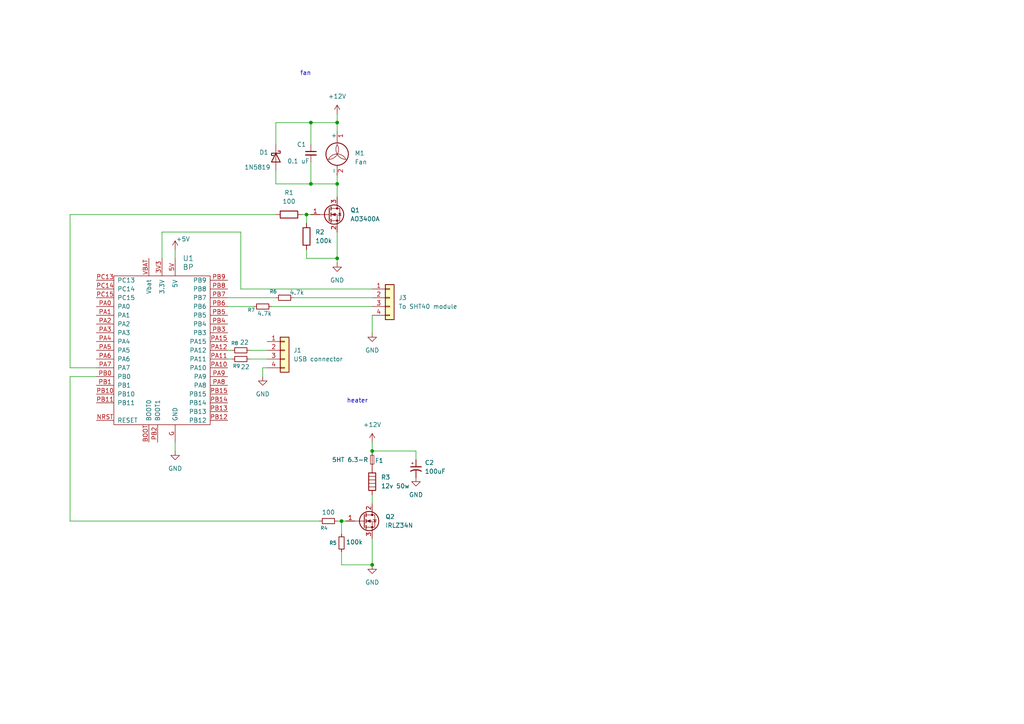
<source format=kicad_sch>
(kicad_sch (version 20250114) (generator "eeschema") (generator_version "9.0")
  (paper "A4")
  (lib_symbols
    (symbol "BluePill:BP" (pin_names (offset 1.016))
      (property "Reference" "U" (at -12.7 22.86 0))
      (property "Value" "BP" (at 7.62 -24.13 0))
      (symbol "BP_0_1"
        (rectangle (start -13.97 21.59) (end 13.97 -21.59))
      )
      (symbol "BP_1_1"
        (pin bidirectional line (at -19.05 20.32 0) (length 5.08) (name "PC13") (number "PC13"))
        (pin bidirectional line (at -19.05 17.78 0) (length 5.08) (name "PC14") (number "PC14"))
        (pin bidirectional line (at -19.05 15.24 0) (length 5.08) (name "PC15") (number "PC15"))
        (pin bidirectional line (at -19.05 12.7 0) (length 5.08) (name "PA0") (number "PA0"))
        (pin bidirectional line (at -19.05 10.16 0) (length 5.08) (name "PA1") (number "PA1"))
        (pin bidirectional line (at -19.05 7.62 0) (length 5.08) (name "PA2") (number "PA2"))
        (pin bidirectional line (at -19.05 5.08 0) (length 5.08) (name "PA3") (number "PA3"))
        (pin bidirectional line (at -19.05 2.54 0) (length 5.08) (name "PA4") (number "PA4"))
        (pin bidirectional line (at -19.05 0 0) (length 5.08) (name "PA5") (number "PA5"))
        (pin bidirectional line (at -19.05 -2.54 0) (length 5.08) (name "PA6") (number "PA6"))
        (pin bidirectional line (at -19.05 -5.08 0) (length 5.08) (name "PA7") (number "PA7"))
        (pin bidirectional line (at -19.05 -7.62 0) (length 5.08) (name "PB0") (number "PB0"))
        (pin bidirectional line (at -19.05 -10.16 0) (length 5.08) (name "PB1") (number "PB1"))
        (pin bidirectional line (at -19.05 -12.7 0) (length 5.08) (name "PB10") (number "PB10"))
        (pin bidirectional line (at -19.05 -15.24 0) (length 5.08) (name "PB11") (number "PB11"))
        (pin input line (at -19.05 -20.32 0) (length 5.08) (name "RESET") (number "NRST"))
        (pin power_in line (at -3.81 26.67 270) (length 5.08) (name "Vbat") (number "VBAT"))
        (pin input line (at -3.81 -26.67 90) (length 5.08) (name "BOOT0") (number "BOOT"))
        (pin input line (at -1.27 -26.67 90) (length 5.08) (name "BOOT1") (number "PB2"))
        (pin power_out line (at 0 26.67 270) (length 5.08) (name "3.3V") (number "3V3"))
        (pin power_out line (at 3.81 26.67 270) (length 5.08) (name "5V") (number "5V"))
        (pin power_out line (at 3.81 -26.67 90) (length 5.08) (name "GND") (number "G"))
        (pin bidirectional line (at 19.05 20.32 180) (length 5.08) (name "PB9") (number "PB9"))
        (pin bidirectional line (at 19.05 17.78 180) (length 5.08) (name "PB8") (number "PB8"))
        (pin bidirectional line (at 19.05 15.24 180) (length 5.08) (name "PB7") (number "PB7"))
        (pin bidirectional line (at 19.05 12.7 180) (length 5.08) (name "PB6") (number "PB6"))
        (pin bidirectional line (at 19.05 10.16 180) (length 5.08) (name "PB5") (number "PB5"))
        (pin bidirectional line (at 19.05 7.62 180) (length 5.08) (name "PB4") (number "PB4"))
        (pin bidirectional line (at 19.05 5.08 180) (length 5.08) (name "PB3") (number "PB3"))
        (pin bidirectional line (at 19.05 2.54 180) (length 5.08) (name "PA15") (number "PA15"))
        (pin bidirectional line (at 19.05 0 180) (length 5.08) (name "PA12") (number "PA12"))
        (pin bidirectional line (at 19.05 -2.54 180) (length 5.08) (name "PA11") (number "PA11"))
        (pin bidirectional line (at 19.05 -5.08 180) (length 5.08) (name "PA10") (number "PA10"))
        (pin bidirectional line (at 19.05 -7.62 180) (length 5.08) (name "PA9") (number "PA9"))
        (pin bidirectional line (at 19.05 -10.16 180) (length 5.08) (name "PA8") (number "PA8"))
        (pin bidirectional line (at 19.05 -12.7 180) (length 5.08) (name "PB15") (number "PB15"))
        (pin bidirectional line (at 19.05 -15.24 180) (length 5.08) (name "PB14") (number "PB14"))
        (pin bidirectional line (at 19.05 -17.78 180) (length 5.08) (name "PB13") (number "PB13"))
        (pin bidirectional line (at 19.05 -20.32 180) (length 5.08) (name "PB12") (number "PB12"))
      )
    )
    (symbol "Connector_Generic:Conn_01x04" (pin_names (offset 1.016) (hide yes))
      (property "Reference" "J" (at 0 5.08 0))
      (property "Value" "Conn_01x04" (at 0 -7.62 0))
      (symbol "Conn_01x04_1_1"
        (rectangle (start -1.27 3.81) (end 1.27 -6.35) (stroke (width 0.254)) (fill (type background)))
        (rectangle (start -1.27 2.667) (end 0 2.413) (stroke (width 0.1524)))
        (rectangle (start -1.27 0.127) (end 0 -0.127) (stroke (width 0.1524)))
        (rectangle (start -1.27 -2.413) (end 0 -2.667) (stroke (width 0.1524)))
        (rectangle (start -1.27 -4.953) (end 0 -5.207) (stroke (width 0.1524)))
        (pin passive line (at -5.08 2.54 0) (length 3.81) (name "Pin_1") (number "1"))
        (pin passive line (at -5.08 0 0) (length 3.81) (name "Pin_2") (number "2"))
        (pin passive line (at -5.08 -2.54 0) (length 3.81) (name "Pin_3") (number "3"))
        (pin passive line (at -5.08 -5.08 0) (length 3.81) (name "Pin_4") (number "4"))
      )
    )
    (symbol "Device:C_Polarized_Small_US" (pin_numbers (hide yes)) (pin_names (offset 0.254) (hide yes))
      (property "Reference" "C" (at 0.254 1.778 0))
      (property "Value" "C_Polarized_Small_US" (at 0.254 -2.032 0))
      (symbol "C_Polarized_Small_US_0_1"
        (polyline (pts (xy -1.524 0.508) (xy 1.524 0.508)) (stroke (width 0.3048)))
        (polyline (pts (xy -1.27 1.524) (xy -0.762 1.524)))
        (polyline (pts (xy -1.016 1.27) (xy -1.016 1.778)))
        (arc (start -1.524 -0.762) (mid 0 -0.3734) (end 1.524 -0.762) (stroke (width 0.3048)))
      )
      (symbol "C_Polarized_Small_US_1_1"
        (pin passive line (at 0 2.54 270) (length 2.032) (name "~") (number "1"))
        (pin passive line (at 0 -2.54 90) (length 2.032) (name "~") (number "2"))
      )
    )
    (symbol "Device:C_Small" (pin_numbers (hide yes)) (pin_names (offset 0.254) (hide yes))
      (property "Reference" "C" (at 0.254 1.778 0))
      (property "Value" "C_Small" (at 0.254 -2.032 0))
      (symbol "C_Small_0_1"
        (polyline (pts (xy -1.524 0.508) (xy 1.524 0.508)) (stroke (width 0.3048)))
        (polyline (pts (xy -1.524 -0.508) (xy 1.524 -0.508)) (stroke (width 0.3302)))
      )
      (symbol "C_Small_1_1"
        (pin passive line (at 0 2.54 270) (length 2.032) (name "~") (number "1"))
        (pin passive line (at 0 -2.54 90) (length 2.032) (name "~") (number "2"))
      )
    )
    (symbol "Device:Fuse_Small" (pin_numbers (hide yes)) (pin_names (offset 0.254) (hide yes))
      (property "Reference" "F" (at 0 -1.524 0))
      (property "Value" "Fuse_Small" (at 0 1.524 0))
      (symbol "Fuse_Small_0_1"
        (rectangle (start -1.27 0.508) (end 1.27 -0.508))
        (polyline (pts (xy -1.27 0) (xy 1.27 0)))
      )
      (symbol "Fuse_Small_1_1"
        (pin passive line (at -2.54 0 0) (length 1.27) (name "~") (number "1"))
        (pin passive line (at 2.54 0 180) (length 1.27) (name "~") (number "2"))
      )
    )
    (symbol "Device:Heater" (pin_numbers (hide yes)) (pin_names (offset 0))
      (property "Reference" "R" (at 2.032 0 90))
      (property "Value" "Heater" (at -2.032 0 90))
      (symbol "Heater_0_1"
        (polyline (pts (xy -1.016 1.524) (xy 1.016 1.524)))
        (rectangle (start -1.016 -2.54) (end 1.016 2.54) (stroke (width 0.254)))
        (polyline (pts (xy 1.016 0.508) (xy -1.016 0.508)))
        (polyline (pts (xy 1.016 -0.508) (xy -1.016 -0.508)))
        (polyline (pts (xy 1.016 -1.524) (xy -1.016 -1.524)))
      )
      (symbol "Heater_1_1"
        (pin passive line (at 0 3.81 270) (length 1.27) (name "~") (number "1"))
        (pin passive line (at 0 -3.81 90) (length 1.27) (name "~") (number "2"))
      )
    )
    (symbol "Device:R" (pin_numbers (hide yes)) (pin_names (offset 0))
      (property "Reference" "R" (at 2.032 0 90))
      (property "Value" "R" (at 0 0 90))
      (symbol "R_0_1"
        (rectangle (start -1.016 -2.54) (end 1.016 2.54) (stroke (width 0.254)))
      )
      (symbol "R_1_1"
        (pin passive line (at 0 3.81 270) (length 1.27) (name "~") (number "1"))
        (pin passive line (at 0 -3.81 90) (length 1.27) (name "~") (number "2"))
      )
    )
    (symbol "Device:R_Small" (pin_numbers (hide yes)) (pin_names (offset 0.254) (hide yes))
      (property "Reference" "R" (at 0 0 90))
      (property "Value" "R_Small" (at 1.778 0 90))
      (symbol "R_Small_0_1"
        (rectangle (start -0.762 1.778) (end 0.762 -1.778) (stroke (width 0.2032)))
      )
      (symbol "R_Small_1_1"
        (pin passive line (at 0 2.54 270) (length 0.762) (name "~") (number "1"))
        (pin passive line (at 0 -2.54 90) (length 0.762) (name "~") (number "2"))
      )
    )
    (symbol "Diode:1N5819" (pin_numbers (hide yes)) (pin_names (offset 1.016) (hide yes))
      (property "Reference" "D" (at 0 2.54 0))
      (property "Value" "1N5819" (at 0 -2.54 0))
      (symbol "1N5819_0_1"
        (polyline (pts (xy -1.905 0.635) (xy -1.905 1.27) (xy -1.27 1.27) (xy -1.27 -1.27) (xy -0.635 -1.27) (xy -0.635 -0.635)) (stroke (width 0.254)))
        (polyline (pts (xy 1.27 1.27) (xy 1.27 -1.27) (xy -1.27 0) (xy 1.27 1.27)) (stroke (width 0.254)))
        (polyline (pts (xy 1.27 0) (xy -1.27 0)))
      )
      (symbol "1N5819_1_1"
        (pin passive line (at -3.81 0 0) (length 2.54) (name "K") (number "1"))
        (pin passive line (at 3.81 0 180) (length 2.54) (name "A") (number "2"))
      )
    )
    (symbol "Motor:Fan" (pin_names (offset 0))
      (property "Reference" "M" (at 2.54 5.08 0))
      (property "Value" "Fan" (at 2.54 -2.54 0))
      (symbol "Fan_0_1"
        (arc (start 0 3.81) (mid -0.0015 0.9048) (end -2.54 -0.508))
        (polyline (pts (xy 0 4.572) (xy 0 5.08)))
        (polyline (pts (xy 0 4.2672) (xy 0 4.6228)))
        (circle (center 0 1.016) (radius 3.2512) (stroke (width 0.254)))
        (arc (start -2.54 -0.508) (mid 0 1.0618) (end 2.54 -0.508))
        (polyline (pts (xy 0 -2.2352) (xy 0 -2.6416)))
        (polyline (pts (xy 0 -5.08) (xy 0 -4.572)))
        (arc (start 2.54 -0.508) (mid 0.047 0.9315) (end 0 3.81))
      )
      (symbol "Fan_1_1"
        (pin passive line (at 0 7.62 270) (length 2.54) (name "+") (number "1"))
        (pin passive line (at 0 -5.08 90) (length 2.54) (name "-") (number "2"))
      )
    )
    (symbol "Transistor_FET:AO3400A" (pin_names (offset 0) (hide yes))
      (property "Reference" "Q" (at 5.08 1.905 0))
      (property "Value" "AO3400A" (at 5.08 0 0))
      (symbol "AO3400A_0_1"
        (polyline (pts (xy 0.254 1.905) (xy 0.254 -1.905)) (stroke (width 0.254)))
        (polyline (pts (xy 0.254 0) (xy -2.54 0)))
        (polyline (pts (xy 0.762 2.286) (xy 0.762 1.27)) (stroke (width 0.254)))
        (polyline (pts (xy 0.762 0.508) (xy 0.762 -0.508)) (stroke (width 0.254)))
        (polyline (pts (xy 0.762 -1.27) (xy 0.762 -2.286)) (stroke (width 0.254)))
        (polyline (pts (xy 0.762 -1.778) (xy 3.302 -1.778) (xy 3.302 1.778) (xy 0.762 1.778)))
        (polyline (pts (xy 1.016 0) (xy 2.032 0.381) (xy 2.032 -0.381) (xy 1.016 0)) (fill (type outline)))
        (circle (center 1.651 0) (radius 2.794) (stroke (width 0.254)))
        (polyline (pts (xy 2.54 2.54) (xy 2.54 1.778)))
        (circle (center 2.54 1.778) (radius 0.254) (fill (type outline)))
        (circle (center 2.54 -1.778) (radius 0.254) (fill (type outline)))
        (polyline (pts (xy 2.54 -2.54) (xy 2.54 0) (xy 0.762 0)))
        (polyline (pts (xy 2.921 0.381) (xy 3.683 0.381)))
        (polyline (pts (xy 3.302 0.381) (xy 2.921 -0.254) (xy 3.683 -0.254) (xy 3.302 0.381)))
      )
      (symbol "AO3400A_1_1"
        (pin input line (at -5.08 0 0) (length 2.54) (name "G") (number "1"))
        (pin passive line (at 2.54 5.08 270) (length 2.54) (name "D") (number "3"))
        (pin passive line (at 2.54 -5.08 90) (length 2.54) (name "S") (number "2"))
      )
    )
    (symbol "Transistor_FET:IRLZ34N" (pin_names (hide yes))
      (property "Reference" "Q" (at 5.08 1.905 0))
      (property "Value" "IRLZ34N" (at 5.08 0 0))
      (symbol "IRLZ34N_0_1"
        (polyline (pts (xy 0.254 1.905) (xy 0.254 -1.905)) (stroke (width 0.254)))
        (polyline (pts (xy 0.254 0) (xy -2.54 0)))
        (polyline (pts (xy 0.762 2.286) (xy 0.762 1.27)) (stroke (width 0.254)))
        (polyline (pts (xy 0.762 0.508) (xy 0.762 -0.508)) (stroke (width 0.254)))
        (polyline (pts (xy 0.762 -1.27) (xy 0.762 -2.286)) (stroke (width 0.254)))
        (polyline (pts (xy 0.762 -1.778) (xy 3.302 -1.778) (xy 3.302 1.778) (xy 0.762 1.778)))
        (polyline (pts (xy 1.016 0) (xy 2.032 0.381) (xy 2.032 -0.381) (xy 1.016 0)) (fill (type outline)))
        (circle (center 1.651 0) (radius 2.794) (stroke (width 0.254)))
        (polyline (pts (xy 2.54 2.54) (xy 2.54 1.778)))
        (circle (center 2.54 1.778) (radius 0.254) (fill (type outline)))
        (circle (center 2.54 -1.778) (radius 0.254) (fill (type outline)))
        (polyline (pts (xy 2.54 -2.54) (xy 2.54 0) (xy 0.762 0)))
        (polyline (pts (xy 2.794 0.508) (xy 2.921 0.381) (xy 3.683 0.381) (xy 3.81 0.254)))
        (polyline (pts (xy 3.302 0.381) (xy 2.921 -0.254) (xy 3.683 -0.254) (xy 3.302 0.381)))
      )
      (symbol "IRLZ34N_1_1"
        (pin input line (at -5.08 0 0) (length 2.54) (name "G") (number "1"))
        (pin passive line (at 2.54 5.08 270) (length 2.54) (name "D") (number "2"))
        (pin passive line (at 2.54 -5.08 90) (length 2.54) (name "S") (number "3"))
      )
    )
    (symbol "power:+12V" (power) (pin_numbers (hide yes)) (pin_names (offset 0) (hide yes))
      (property "Value" "+12V" (at 0 3.556 0))
      (symbol "+12V_0_1"
        (polyline (pts (xy -0.762 1.27) (xy 0 2.54)))
        (polyline (pts (xy 0 2.54) (xy 0.762 1.27)))
        (polyline (pts (xy 0 0) (xy 0 2.54)))
      )
      (symbol "+12V_1_1"
        (pin power_in line (at 0 0 90) (length 0) (name "~") (number "1"))
      )
    )
    (symbol "power:+5V" (power) (pin_numbers (hide yes)) (pin_names (offset 0) (hide yes))
      (property "Value" "+5V" (at 0 3.556 0))
      (symbol "+5V_0_1"
        (polyline (pts (xy -0.762 1.27) (xy 0 2.54)))
        (polyline (pts (xy 0 2.54) (xy 0.762 1.27)))
        (polyline (pts (xy 0 0) (xy 0 2.54)))
      )
      (symbol "+5V_1_1"
        (pin power_in line (at 0 0 90) (length 0) (name "~") (number "1"))
      )
    )
    (symbol "power:GND" (power) (pin_numbers (hide yes)) (pin_names (offset 0) (hide yes))
      (property "Value" "GND" (at 0 -3.81 0))
      (symbol "GND_0_1"
        (polyline (pts (xy 0 0) (xy 0 -1.27) (xy 1.27 -1.27) (xy 0 -2.54) (xy -1.27 -1.27) (xy 0 -1.27)))
      )
      (symbol "GND_1_1"
        (pin power_in line (at 0 0 270) (length 0) (name "~") (number "1"))
      )
    )
  )
  (text "fan\n" (at 88.646 21.336 0) (effects (font (size 1.27 1.27))))
  (text "heater " (at 104.14 116.332 0) (effects (font (size 1.27 1.27))))
  (junction (at 99.06 151.13))
  (junction (at 97.79 35.56))
  (junction (at 97.79 74.93))
  (junction (at 107.95 130.81))
  (junction (at 90.17 35.56))
  (junction (at 107.95 163.83))
  (junction (at 97.79 53.34))
  (junction (at 88.9 62.23))
  (junction (at 90.17 53.34))
  (wire (pts (xy 107.95 128.27) (xy 107.95 130.81)))
  (wire (pts (xy 78.74 88.9) (xy 107.95 88.9)))
  (wire (pts (xy 80.01 49.53) (xy 80.01 53.34)))
  (wire (pts (xy 97.79 35.56) (xy 97.79 38.1)))
  (wire (pts (xy 80.01 35.56) (xy 90.17 35.56)))
  (wire (pts (xy 120.65 130.81) (xy 120.65 133.35)))
  (wire (pts (xy 99.06 163.83) (xy 107.95 163.83)))
  (wire (pts (xy 97.79 33.02) (xy 97.79 35.56)))
  (wire (pts (xy 69.85 83.82) (xy 107.95 83.82)))
  (wire (pts (xy 20.32 62.23) (xy 80.01 62.23)))
  (wire (pts (xy 72.39 104.14) (xy 77.47 104.14)))
  (wire (pts (xy 87.63 62.23) (xy 88.9 62.23)))
  (wire (pts (xy 88.9 62.23) (xy 88.9 64.77)))
  (wire (pts (xy 20.32 62.23) (xy 20.32 106.68)))
  (wire (pts (xy 97.79 74.93) (xy 97.79 76.2)))
  (wire (pts (xy 97.79 151.13) (xy 99.06 151.13)))
  (wire (pts (xy 66.04 88.9) (xy 73.66 88.9)))
  (wire (pts (xy 46.99 67.31) (xy 46.99 74.93)))
  (wire (pts (xy 66.04 104.14) (xy 67.31 104.14)))
  (wire (pts (xy 80.01 41.91) (xy 80.01 35.56)))
  (wire (pts (xy 50.8 128.27) (xy 50.8 130.81)))
  (wire (pts (xy 20.32 109.22) (xy 27.94 109.22)))
  (wire (pts (xy 107.95 91.44) (xy 107.95 96.52)))
  (wire (pts (xy 69.85 67.31) (xy 46.99 67.31)))
  (wire (pts (xy 88.9 74.93) (xy 97.79 74.93)))
  (wire (pts (xy 99.06 151.13) (xy 99.06 154.94)))
  (wire (pts (xy 99.06 151.13) (xy 100.33 151.13)))
  (wire (pts (xy 90.17 46.99) (xy 90.17 53.34)))
  (wire (pts (xy 97.79 50.8) (xy 97.79 53.34)))
  (wire (pts (xy 107.95 156.21) (xy 107.95 163.83)))
  (wire (pts (xy 99.06 160.02) (xy 99.06 163.83)))
  (wire (pts (xy 97.79 53.34) (xy 97.79 57.15)))
  (wire (pts (xy 72.39 101.6) (xy 77.47 101.6)))
  (wire (pts (xy 90.17 53.34) (xy 97.79 53.34)))
  (wire (pts (xy 88.9 62.23) (xy 90.17 62.23)))
  (wire (pts (xy 20.32 151.13) (xy 92.71 151.13)))
  (wire (pts (xy 20.32 151.13) (xy 20.32 109.22)))
  (wire (pts (xy 80.01 53.34) (xy 90.17 53.34)))
  (wire (pts (xy 97.79 67.31) (xy 97.79 74.93)))
  (wire (pts (xy 50.8 72.39) (xy 50.8 74.93)))
  (wire (pts (xy 77.47 106.68) (xy 76.2 106.68)))
  (wire (pts (xy 107.95 130.81) (xy 120.65 130.81)))
  (wire (pts (xy 88.9 72.39) (xy 88.9 74.93)))
  (wire (pts (xy 66.04 86.36) (xy 80.01 86.36)))
  (wire (pts (xy 90.17 41.91) (xy 90.17 35.56)))
  (wire (pts (xy 85.09 86.36) (xy 107.95 86.36)))
  (wire (pts (xy 66.04 101.6) (xy 67.31 101.6)))
  (wire (pts (xy 90.17 35.56) (xy 97.79 35.56)))
  (wire (pts (xy 69.85 83.82) (xy 69.85 67.31)))
  (wire (pts (xy 20.32 106.68) (xy 27.94 106.68)))
  (wire (pts (xy 107.95 143.51) (xy 107.95 146.05)))
  (wire (pts (xy 76.2 106.68) (xy 76.2 109.22)))
  (symbol (lib_id "Transistor_FET:AO3400A") (at 95.25 62.23 0) (unit 1)
    (property "Reference" "Q1" (at 101.6 60.9599 0) (effects (justify left)))
    (property "Value" "AO3400A" (at 101.6 63.4999 0) (effects (justify left)))
    (property "Footprint" "Package_TO_SOT_SMD:SOT-23" (effects (hide yes)))
    (property "Datasheet" "http://www.aosmd.com/pdfs/datasheet/AO3400A.pdf" (effects (hide yes)))
    (property "Description" "30V Vds, 5.7A Id, N-Channel MOSFET, SOT-23" (effects (hide yes)))
  )
  (symbol (lib_id "power:GND") (at 120.65 138.43 0) (unit 1)
    (property "Reference" "#PWR05" (effects (hide yes)))
    (property "Value" "GND" (at 120.65 143.51 0))
    (property "Description" "Power symbol creates a global label with name \"GND\" , ground" (effects (hide yes)))
  )
  (symbol (lib_id "Device:R_Small") (at 82.55 86.36 270) (unit 1)
    (property "Reference" "R6" (at 79.248 84.582 90) (effects (font (size 1.016 1.016))))
    (property "Value" "4.7k" (at 86.106 84.836 90))
    (property "Description" "Resistor, small symbol" (effects (hide yes)))
  )
  (symbol (lib_id "Connector_Generic:Conn_01x04") (at 82.55 101.6 0) (unit 1)
    (property "Reference" "J1" (at 85.09 101.5999 0) (effects (justify left)))
    (property "Value" "USB connector" (at 85.09 104.1399 0) (effects (justify left)))
    (property "Description" "Generic connector, single row, 01x04, script generated (kicad-library-utils/schlib/autogen/connector/)" (effects (hide yes)))
  )
  (symbol (lib_id "BluePill:BP") (at 46.99 101.6 0) (unit 1)
    (property "Reference" "U1" (at 52.9433 74.93 0) (effects (font (size 1.524 1.524)) (justify left)))
    (property "Value" "BP" (at 52.9433 77.47 0) (effects (font (size 1.524 1.524)) (justify left)))
    (property "Footprint" "Module:blue_pill" (effects (hide yes)))
    (property "Datasheet" "https://www.electronicshub.org/getting-started-with-stm32f103c8t6-blue-pill/" (effects (hide yes)))
  )
  (symbol (lib_id "Transistor_FET:IRLZ34N") (at 105.41 151.13 0) (unit 1)
    (property "Reference" "Q2" (at 111.76 149.8599 0) (effects (justify left)))
    (property "Value" "IRLZ34N" (at 111.76 152.3999 0) (effects (justify left)))
    (property "Footprint" "Package_TO_SOT_THT:TO-220-3_Vertical" (effects (hide yes)))
    (property "Datasheet" "http://www.infineon.com/dgdl/irlz34npbf.pdf?fileId=5546d462533600a40153567206892720" (effects (hide yes)))
    (property "Description" "30A Id, 55V Vds, 35mOhm Rds, N-Channel HEXFET Power MOSFET, TO-220AB" (effects (hide yes)))
  )
  (symbol (lib_id "power:GND") (at 107.95 163.83 0) (unit 1)
    (property "Reference" "#PWR06" (effects (hide yes)))
    (property "Value" "GND" (at 107.95 168.91 0))
    (property "Description" "Power symbol creates a global label with name \"GND\" , ground" (effects (hide yes)))
  )
  (symbol (lib_id "Device:C_Small") (at 90.17 44.45 0) (unit 1)
    (property "Reference" "C1" (at 86.106 41.91 0) (effects (justify left)))
    (property "Value" "0.1 uF" (at 83.312 46.736 0) (effects (justify left)))
    (property "Description" "Unpolarized capacitor, small symbol" (effects (hide yes)))
  )
  (symbol (lib_id "Device:R") (at 83.82 62.23 270) (unit 1)
    (property "Reference" "R1" (at 83.82 55.88 90))
    (property "Value" "100" (at 83.82 58.42 90))
    (property "Description" "Resistor" (effects (hide yes)))
  )
  (symbol (lib_id "power:GND") (at 76.2 109.22 0) (unit 1)
    (property "Reference" "#PWR07" (effects (hide yes)))
    (property "Value" "GND" (at 76.2 114.3 0))
    (property "Description" "Power symbol creates a global label with name \"GND\" , ground" (effects (hide yes)))
  )
  (symbol (lib_id "power:GND") (at 107.95 96.52 0) (unit 1)
    (property "Reference" "#PWR08" (effects (hide yes)))
    (property "Value" "GND" (at 107.95 101.6 0))
    (property "Description" "Power symbol creates a global label with name \"GND\" , ground" (effects (hide yes)))
  )
  (symbol (lib_id "Motor:Fan") (at 97.79 45.72 0) (unit 1)
    (property "Reference" "M1" (at 102.87 44.4499 0) (effects (justify left)))
    (property "Value" "Fan" (at 102.87 46.9899 0) (effects (justify left)))
    (property "Description" "Fan" (effects (hide yes)))
  )
  (symbol (lib_id "Diode:1N5819") (at 80.01 45.72 270) (unit 1)
    (property "Reference" "D1" (at 75.184 44.196 90) (effects (justify left)))
    (property "Value" "1N5819" (at 70.866 48.514 90) (effects (justify left)))
    (property "Footprint" "Diode_THT:D_DO-41_SOD81_P10.16mm_Horizontal" (effects (hide yes)))
    (property "Datasheet" "http://www.vishay.com/docs/88525/1n5817.pdf" (effects (hide yes)))
    (property "Description" "40V 1A Schottky Barrier Rectifier Diode, DO-41" (effects (hide yes)))
  )
  (symbol (lib_id "power:GND") (at 50.8 130.81 0) (unit 1)
    (property "Reference" "#PWR010" (effects (hide yes)))
    (property "Value" "GND" (at 50.8 135.89 0))
    (property "Description" "Power symbol creates a global label with name \"GND\" , ground" (effects (hide yes)))
  )
  (symbol (lib_id "Device:R_Small") (at 99.06 157.48 0) (unit 1)
    (property "Reference" "R5" (at 95.504 157.48 0) (effects (font (size 1.016 1.016)) (justify left)))
    (property "Value" "100k" (at 100.33 157.226 0) (effects (justify left)))
    (property "Description" "Resistor, small symbol" (effects (hide yes)))
  )
  (symbol (lib_id "Device:R_Small") (at 95.25 151.13 270) (unit 1)
    (property "Reference" "R4" (at 93.98 153.162 90) (effects (font (size 1.016 1.016))))
    (property "Value" "100" (at 95.25 148.59 90))
    (property "Description" "Resistor, small symbol" (effects (hide yes)))
  )
  (symbol (lib_id "Connector_Generic:Conn_01x04") (at 113.03 86.36 0) (unit 1)
    (property "Reference" "J3" (at 115.57 86.3599 0) (effects (justify left)))
    (property "Value" "To SHT40 module" (at 115.57 88.8999 0) (effects (justify left)))
    (property "Description" "Generic connector, single row, 01x04, script generated (kicad-library-utils/schlib/autogen/connector/)" (effects (hide yes)))
  )
  (symbol (lib_id "Device:Heater") (at 107.95 139.7 0) (unit 1)
    (property "Reference" "R3" (at 110.49 138.4299 0) (effects (justify left)))
    (property "Value" "12v 50w" (at 110.49 140.9699 0) (effects (justify left)))
    (property "Description" "Resistive heater" (effects (hide yes)))
  )
  (symbol (lib_id "Device:R") (at 88.9 68.58 0) (unit 1)
    (property "Reference" "R2" (at 91.44 67.3099 0) (effects (justify left)))
    (property "Value" "100k" (at 91.44 69.8499 0) (effects (justify left)))
    (property "Description" "Resistor" (effects (hide yes)))
  )
  (symbol (lib_id "power:GND") (at 97.79 76.2 0) (unit 1)
    (property "Reference" "#PWR03" (effects (hide yes)))
    (property "Value" "GND" (at 97.79 81.28 0))
    (property "Description" "Power symbol creates a global label with name \"GND\" , ground" (effects (hide yes)))
  )
  (symbol (lib_id "Device:Fuse_Small") (at 107.95 133.35 270) (unit 1)
    (property "Reference" "F1" (at 108.712 133.604 90) (effects (justify left)))
    (property "Value" "5HT 6.3-R" (at 96.266 133.35 90) (effects (justify left)))
    (property "Description" "Fuse, small symbol" (effects (hide yes)))
  )
  (symbol (lib_id "Device:C_Polarized_Small_US") (at 120.65 135.89 0) (unit 1)
    (property "Reference" "C2" (at 123.19 134.1881 0) (effects (justify left)))
    (property "Value" "100uF" (at 123.19 136.7281 0) (effects (justify left)))
    (property "Description" "Polarized capacitor, small US symbol" (effects (hide yes)))
  )
  (symbol (lib_id "Device:R_Small") (at 69.85 101.6 270) (unit 1)
    (property "Reference" "R8" (at 68.072 99.568 90) (effects (font (size 1.016 1.016))))
    (property "Value" "22" (at 70.866 99.314 90))
    (property "Description" "Resistor, small symbol" (effects (hide yes)))
  )
  (symbol (lib_id "Device:R_Small") (at 69.85 104.14 90) (unit 1)
    (property "Reference" "R9" (at 68.58 106.172 90) (effects (font (size 1.016 1.016))))
    (property "Value" "22" (at 71.12 106.426 90))
    (property "Description" "Resistor, small symbol" (effects (hide yes)))
  )
  (symbol (lib_id "power:+12V") (at 107.95 128.27 0) (unit 1)
    (property "Reference" "#PWR04" (effects (hide yes)))
    (property "Value" "+12V" (at 107.95 123.19 0))
    (property "Description" "Power symbol creates a global label with name \"+12V\"" (effects (hide yes)))
  )
  (symbol (lib_id "Device:R_Small") (at 76.2 88.9 270) (unit 1)
    (property "Reference" "R7" (at 72.898 89.916 90) (effects (font (size 1.016 1.016))))
    (property "Value" "4.7k" (at 76.708 90.932 90))
    (property "Description" "Resistor, small symbol" (effects (hide yes)))
  )
  (symbol (lib_id "power:+12V") (at 97.79 33.02 0) (unit 1)
    (property "Reference" "#PWR01" (effects (hide yes)))
    (property "Value" "+12V" (at 97.79 27.94 0))
    (property "Description" "Power symbol creates a global label with name \"+12V\"" (effects (hide yes)))
  )
  (symbol (lib_id "power:+5V") (at 50.8 72.39 0) (unit 1)
    (property "Reference" "#PWR02" (effects (hide yes)))
    (property "Value" "+5V" (at 53.086 69.342 0))
    (property "Description" "Power symbol creates a global label with name \"+5V\"" (effects (hide yes)))
  )
)
</source>
